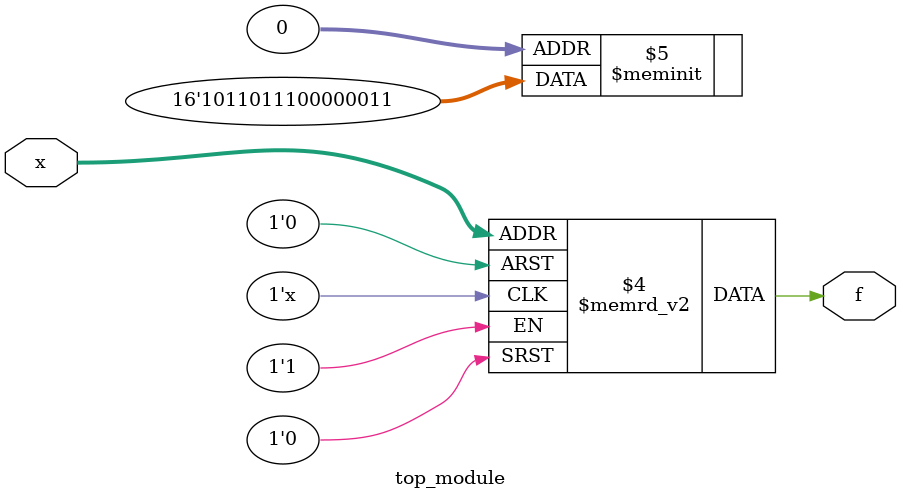
<source format=sv>
module top_module (
    input [4:1] x,
    output logic f
);

always_comb begin
    case ({x[4], x[3], x[2], x[1]})
        4'b0000: f = 1'b1;
        4'b0001: f = 1'b1;
        4'b0010: f = 1'b0;
        4'b0011: f = 1'b0;
        4'b0100: f = 1'b0;
        4'b0101: f = 1'b0;
        4'b0110: f = 1'b0;
        4'b0111: f = 1'b0;
        4'b1000: f = 1'b1;
        4'b1001: f = 1'b1;
        4'b1010: f = 1'b1;
        4'b1011: f = 1'b0;
        4'b1100: f = 1'b1;
        4'b1101: f = 1'b1;
        4'b1110: f = 1'b0;
        4'b1111: f = 1'b1;
    endcase
end

endmodule

</source>
